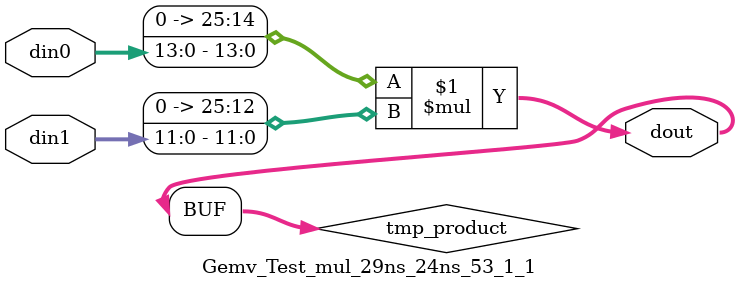
<source format=v>

`timescale 1 ns / 1 ps

 module Gemv_Test_mul_29ns_24ns_53_1_1(din0, din1, dout);
parameter ID = 1;
parameter NUM_STAGE = 0;
parameter din0_WIDTH = 14;
parameter din1_WIDTH = 12;
parameter dout_WIDTH = 26;

input [din0_WIDTH - 1 : 0] din0; 
input [din1_WIDTH - 1 : 0] din1; 
output [dout_WIDTH - 1 : 0] dout;

wire signed [dout_WIDTH - 1 : 0] tmp_product;
























assign tmp_product = $signed({1'b0, din0}) * $signed({1'b0, din1});











assign dout = tmp_product;





















endmodule

</source>
